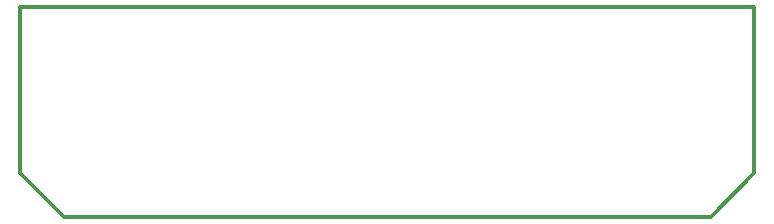
<source format=gbr>
G04 #@! TF.GenerationSoftware,KiCad,Pcbnew,(5.1.10-1-10_14)*
G04 #@! TF.CreationDate,2021-10-26T20:18:43-04:00*
G04 #@! TF.ProjectId,DaemonBite_MD2,4461656d-6f6e-4426-9974-655f4d44322e,1*
G04 #@! TF.SameCoordinates,Original*
G04 #@! TF.FileFunction,Profile,NP*
%FSLAX46Y46*%
G04 Gerber Fmt 4.6, Leading zero omitted, Abs format (unit mm)*
G04 Created by KiCad (PCBNEW (5.1.10-1-10_14)) date 2021-10-26 20:18:43*
%MOMM*%
%LPD*%
G01*
G04 APERTURE LIST*
G04 #@! TA.AperFunction,Profile*
%ADD10C,0.300000*%
G04 #@! TD*
G04 APERTURE END LIST*
D10*
X104650000Y-102380000D02*
X104650000Y-88330000D01*
X108340000Y-106070000D02*
X104650000Y-102380000D01*
X163110000Y-106070000D02*
X108340000Y-106070000D01*
X166800000Y-102380000D02*
X163110000Y-106070000D01*
X166800000Y-88330000D02*
X166800000Y-102380000D01*
X104650000Y-88330000D02*
X166800000Y-88330000D01*
M02*

</source>
